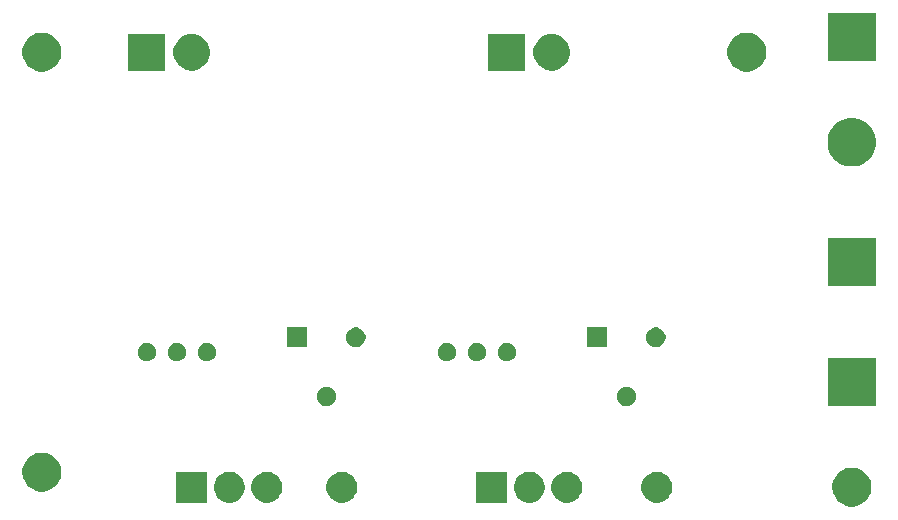
<source format=gbr>
G04 #@! TF.GenerationSoftware,KiCad,Pcbnew,(5.1.2)-1*
G04 #@! TF.CreationDate,2019-06-07T11:57:06-04:00*
G04 #@! TF.ProjectId,2spot,3273706f-742e-46b6-9963-61645f706362,rev?*
G04 #@! TF.SameCoordinates,Original*
G04 #@! TF.FileFunction,Soldermask,Top*
G04 #@! TF.FilePolarity,Negative*
%FSLAX46Y46*%
G04 Gerber Fmt 4.6, Leading zero omitted, Abs format (unit mm)*
G04 Created by KiCad (PCBNEW (5.1.2)-1) date 2019-06-07 11:57:06*
%MOMM*%
%LPD*%
G04 APERTURE LIST*
%ADD10C,0.150000*%
G04 APERTURE END LIST*
D10*
G36*
X112135256Y-139361298D02*
G01*
X112241579Y-139382447D01*
X112542042Y-139506903D01*
X112812451Y-139687585D01*
X113042415Y-139917549D01*
X113223097Y-140187958D01*
X113344911Y-140482042D01*
X113347553Y-140488422D01*
X113411000Y-140807389D01*
X113411000Y-141132611D01*
X113380180Y-141287553D01*
X113347553Y-141451579D01*
X113223097Y-141752042D01*
X113042415Y-142022451D01*
X112812451Y-142252415D01*
X112542042Y-142433097D01*
X112241579Y-142557553D01*
X112135256Y-142578702D01*
X111922611Y-142621000D01*
X111597389Y-142621000D01*
X111384744Y-142578702D01*
X111278421Y-142557553D01*
X110977958Y-142433097D01*
X110707549Y-142252415D01*
X110477585Y-142022451D01*
X110296903Y-141752042D01*
X110172447Y-141451579D01*
X110139820Y-141287553D01*
X110109000Y-141132611D01*
X110109000Y-140807389D01*
X110172447Y-140488422D01*
X110175090Y-140482042D01*
X110296903Y-140187958D01*
X110477585Y-139917549D01*
X110707549Y-139687585D01*
X110977958Y-139506903D01*
X111278421Y-139382447D01*
X111384744Y-139361298D01*
X111597389Y-139319000D01*
X111922611Y-139319000D01*
X112135256Y-139361298D01*
X112135256Y-139361298D01*
G37*
G36*
X95629393Y-139719304D02*
G01*
X95866101Y-139817352D01*
X95866103Y-139817353D01*
X96079135Y-139959696D01*
X96260304Y-140140865D01*
X96402647Y-140353897D01*
X96402648Y-140353899D01*
X96500696Y-140590607D01*
X96550680Y-140841893D01*
X96550680Y-141098107D01*
X96500696Y-141349393D01*
X96500030Y-141351000D01*
X96402647Y-141586103D01*
X96260304Y-141799135D01*
X96079135Y-141980304D01*
X95866103Y-142122647D01*
X95866102Y-142122648D01*
X95866101Y-142122648D01*
X95629393Y-142220696D01*
X95378107Y-142270680D01*
X95121893Y-142270680D01*
X94870607Y-142220696D01*
X94633899Y-142122648D01*
X94633898Y-142122648D01*
X94633897Y-142122647D01*
X94420865Y-141980304D01*
X94239696Y-141799135D01*
X94097353Y-141586103D01*
X93999970Y-141351000D01*
X93999304Y-141349393D01*
X93949320Y-141098107D01*
X93949320Y-140841893D01*
X93999304Y-140590607D01*
X94097352Y-140353899D01*
X94097353Y-140353897D01*
X94239696Y-140140865D01*
X94420865Y-139959696D01*
X94633897Y-139817353D01*
X94633899Y-139817352D01*
X94870607Y-139719304D01*
X95121893Y-139669320D01*
X95378107Y-139669320D01*
X95629393Y-139719304D01*
X95629393Y-139719304D01*
G37*
G36*
X57180680Y-142270680D02*
G01*
X54579320Y-142270680D01*
X54579320Y-139669320D01*
X57180680Y-139669320D01*
X57180680Y-142270680D01*
X57180680Y-142270680D01*
G37*
G36*
X59434393Y-139719304D02*
G01*
X59671101Y-139817352D01*
X59671103Y-139817353D01*
X59884135Y-139959696D01*
X60065304Y-140140865D01*
X60207647Y-140353897D01*
X60207648Y-140353899D01*
X60305696Y-140590607D01*
X60355680Y-140841893D01*
X60355680Y-141098107D01*
X60305696Y-141349393D01*
X60305030Y-141351000D01*
X60207647Y-141586103D01*
X60065304Y-141799135D01*
X59884135Y-141980304D01*
X59671103Y-142122647D01*
X59671102Y-142122648D01*
X59671101Y-142122648D01*
X59434393Y-142220696D01*
X59183107Y-142270680D01*
X58926893Y-142270680D01*
X58675607Y-142220696D01*
X58438899Y-142122648D01*
X58438898Y-142122648D01*
X58438897Y-142122647D01*
X58225865Y-141980304D01*
X58044696Y-141799135D01*
X57902353Y-141586103D01*
X57804970Y-141351000D01*
X57804304Y-141349393D01*
X57754320Y-141098107D01*
X57754320Y-140841893D01*
X57804304Y-140590607D01*
X57902352Y-140353899D01*
X57902353Y-140353897D01*
X58044696Y-140140865D01*
X58225865Y-139959696D01*
X58438897Y-139817353D01*
X58438899Y-139817352D01*
X58675607Y-139719304D01*
X58926893Y-139669320D01*
X59183107Y-139669320D01*
X59434393Y-139719304D01*
X59434393Y-139719304D01*
G37*
G36*
X62609393Y-139719304D02*
G01*
X62846101Y-139817352D01*
X62846103Y-139817353D01*
X63059135Y-139959696D01*
X63240304Y-140140865D01*
X63382647Y-140353897D01*
X63382648Y-140353899D01*
X63480696Y-140590607D01*
X63530680Y-140841893D01*
X63530680Y-141098107D01*
X63480696Y-141349393D01*
X63480030Y-141351000D01*
X63382647Y-141586103D01*
X63240304Y-141799135D01*
X63059135Y-141980304D01*
X62846103Y-142122647D01*
X62846102Y-142122648D01*
X62846101Y-142122648D01*
X62609393Y-142220696D01*
X62358107Y-142270680D01*
X62101893Y-142270680D01*
X61850607Y-142220696D01*
X61613899Y-142122648D01*
X61613898Y-142122648D01*
X61613897Y-142122647D01*
X61400865Y-141980304D01*
X61219696Y-141799135D01*
X61077353Y-141586103D01*
X60979970Y-141351000D01*
X60979304Y-141349393D01*
X60929320Y-141098107D01*
X60929320Y-140841893D01*
X60979304Y-140590607D01*
X61077352Y-140353899D01*
X61077353Y-140353897D01*
X61219696Y-140140865D01*
X61400865Y-139959696D01*
X61613897Y-139817353D01*
X61613899Y-139817352D01*
X61850607Y-139719304D01*
X62101893Y-139669320D01*
X62358107Y-139669320D01*
X62609393Y-139719304D01*
X62609393Y-139719304D01*
G37*
G36*
X82580680Y-142270680D02*
G01*
X79979320Y-142270680D01*
X79979320Y-139669320D01*
X82580680Y-139669320D01*
X82580680Y-142270680D01*
X82580680Y-142270680D01*
G37*
G36*
X84834393Y-139719304D02*
G01*
X85071101Y-139817352D01*
X85071103Y-139817353D01*
X85284135Y-139959696D01*
X85465304Y-140140865D01*
X85607647Y-140353897D01*
X85607648Y-140353899D01*
X85705696Y-140590607D01*
X85755680Y-140841893D01*
X85755680Y-141098107D01*
X85705696Y-141349393D01*
X85705030Y-141351000D01*
X85607647Y-141586103D01*
X85465304Y-141799135D01*
X85284135Y-141980304D01*
X85071103Y-142122647D01*
X85071102Y-142122648D01*
X85071101Y-142122648D01*
X84834393Y-142220696D01*
X84583107Y-142270680D01*
X84326893Y-142270680D01*
X84075607Y-142220696D01*
X83838899Y-142122648D01*
X83838898Y-142122648D01*
X83838897Y-142122647D01*
X83625865Y-141980304D01*
X83444696Y-141799135D01*
X83302353Y-141586103D01*
X83204970Y-141351000D01*
X83204304Y-141349393D01*
X83154320Y-141098107D01*
X83154320Y-140841893D01*
X83204304Y-140590607D01*
X83302352Y-140353899D01*
X83302353Y-140353897D01*
X83444696Y-140140865D01*
X83625865Y-139959696D01*
X83838897Y-139817353D01*
X83838899Y-139817352D01*
X84075607Y-139719304D01*
X84326893Y-139669320D01*
X84583107Y-139669320D01*
X84834393Y-139719304D01*
X84834393Y-139719304D01*
G37*
G36*
X88009393Y-139719304D02*
G01*
X88246101Y-139817352D01*
X88246103Y-139817353D01*
X88459135Y-139959696D01*
X88640304Y-140140865D01*
X88782647Y-140353897D01*
X88782648Y-140353899D01*
X88880696Y-140590607D01*
X88930680Y-140841893D01*
X88930680Y-141098107D01*
X88880696Y-141349393D01*
X88880030Y-141351000D01*
X88782647Y-141586103D01*
X88640304Y-141799135D01*
X88459135Y-141980304D01*
X88246103Y-142122647D01*
X88246102Y-142122648D01*
X88246101Y-142122648D01*
X88009393Y-142220696D01*
X87758107Y-142270680D01*
X87501893Y-142270680D01*
X87250607Y-142220696D01*
X87013899Y-142122648D01*
X87013898Y-142122648D01*
X87013897Y-142122647D01*
X86800865Y-141980304D01*
X86619696Y-141799135D01*
X86477353Y-141586103D01*
X86379970Y-141351000D01*
X86379304Y-141349393D01*
X86329320Y-141098107D01*
X86329320Y-140841893D01*
X86379304Y-140590607D01*
X86477352Y-140353899D01*
X86477353Y-140353897D01*
X86619696Y-140140865D01*
X86800865Y-139959696D01*
X87013897Y-139817353D01*
X87013899Y-139817352D01*
X87250607Y-139719304D01*
X87501893Y-139669320D01*
X87758107Y-139669320D01*
X88009393Y-139719304D01*
X88009393Y-139719304D01*
G37*
G36*
X68959393Y-139719304D02*
G01*
X69196101Y-139817352D01*
X69196103Y-139817353D01*
X69409135Y-139959696D01*
X69590304Y-140140865D01*
X69732647Y-140353897D01*
X69732648Y-140353899D01*
X69830696Y-140590607D01*
X69880680Y-140841893D01*
X69880680Y-141098107D01*
X69830696Y-141349393D01*
X69830030Y-141351000D01*
X69732647Y-141586103D01*
X69590304Y-141799135D01*
X69409135Y-141980304D01*
X69196103Y-142122647D01*
X69196102Y-142122648D01*
X69196101Y-142122648D01*
X68959393Y-142220696D01*
X68708107Y-142270680D01*
X68451893Y-142270680D01*
X68200607Y-142220696D01*
X67963899Y-142122648D01*
X67963898Y-142122648D01*
X67963897Y-142122647D01*
X67750865Y-141980304D01*
X67569696Y-141799135D01*
X67427353Y-141586103D01*
X67329970Y-141351000D01*
X67329304Y-141349393D01*
X67279320Y-141098107D01*
X67279320Y-140841893D01*
X67329304Y-140590607D01*
X67427352Y-140353899D01*
X67427353Y-140353897D01*
X67569696Y-140140865D01*
X67750865Y-139959696D01*
X67963897Y-139817353D01*
X67963899Y-139817352D01*
X68200607Y-139719304D01*
X68451893Y-139669320D01*
X68708107Y-139669320D01*
X68959393Y-139719304D01*
X68959393Y-139719304D01*
G37*
G36*
X43555256Y-138091298D02*
G01*
X43661579Y-138112447D01*
X43962042Y-138236903D01*
X44232451Y-138417585D01*
X44462415Y-138647549D01*
X44462416Y-138647551D01*
X44643098Y-138917960D01*
X44767553Y-139218422D01*
X44831000Y-139537389D01*
X44831000Y-139862611D01*
X44811688Y-139959696D01*
X44767553Y-140181579D01*
X44643097Y-140482042D01*
X44462415Y-140752451D01*
X44232451Y-140982415D01*
X43962042Y-141163097D01*
X43661579Y-141287553D01*
X43555256Y-141308702D01*
X43342611Y-141351000D01*
X43017389Y-141351000D01*
X42804744Y-141308702D01*
X42698421Y-141287553D01*
X42397958Y-141163097D01*
X42127549Y-140982415D01*
X41897585Y-140752451D01*
X41716903Y-140482042D01*
X41592447Y-140181579D01*
X41548312Y-139959696D01*
X41529000Y-139862611D01*
X41529000Y-139537389D01*
X41592447Y-139218422D01*
X41716902Y-138917960D01*
X41897584Y-138647551D01*
X41897585Y-138647549D01*
X42127549Y-138417585D01*
X42397958Y-138236903D01*
X42698421Y-138112447D01*
X42804744Y-138091298D01*
X43017389Y-138049000D01*
X43342611Y-138049000D01*
X43555256Y-138091298D01*
X43555256Y-138091298D01*
G37*
G36*
X113811000Y-134131000D02*
G01*
X109709000Y-134131000D01*
X109709000Y-130029000D01*
X113811000Y-130029000D01*
X113811000Y-134131000D01*
X113811000Y-134131000D01*
G37*
G36*
X67510935Y-132475742D02*
G01*
X67661258Y-132538008D01*
X67796545Y-132628404D01*
X67911596Y-132743455D01*
X68001992Y-132878742D01*
X68064258Y-133029065D01*
X68096000Y-133188646D01*
X68096000Y-133351354D01*
X68064258Y-133510935D01*
X68001992Y-133661258D01*
X67911596Y-133796545D01*
X67796545Y-133911596D01*
X67661258Y-134001992D01*
X67510935Y-134064258D01*
X67351354Y-134096000D01*
X67188646Y-134096000D01*
X67029065Y-134064258D01*
X66878742Y-134001992D01*
X66743455Y-133911596D01*
X66628404Y-133796545D01*
X66538008Y-133661258D01*
X66475742Y-133510935D01*
X66444000Y-133351354D01*
X66444000Y-133188646D01*
X66475742Y-133029065D01*
X66538008Y-132878742D01*
X66628404Y-132743455D01*
X66743455Y-132628404D01*
X66878742Y-132538008D01*
X67029065Y-132475742D01*
X67188646Y-132444000D01*
X67351354Y-132444000D01*
X67510935Y-132475742D01*
X67510935Y-132475742D01*
G37*
G36*
X92910935Y-132475742D02*
G01*
X93061258Y-132538008D01*
X93196545Y-132628404D01*
X93311596Y-132743455D01*
X93401992Y-132878742D01*
X93464258Y-133029065D01*
X93496000Y-133188646D01*
X93496000Y-133351354D01*
X93464258Y-133510935D01*
X93401992Y-133661258D01*
X93311596Y-133796545D01*
X93196545Y-133911596D01*
X93061258Y-134001992D01*
X92910935Y-134064258D01*
X92751354Y-134096000D01*
X92588646Y-134096000D01*
X92429065Y-134064258D01*
X92278742Y-134001992D01*
X92143455Y-133911596D01*
X92028404Y-133796545D01*
X91938008Y-133661258D01*
X91875742Y-133510935D01*
X91844000Y-133351354D01*
X91844000Y-133188646D01*
X91875742Y-133029065D01*
X91938008Y-132878742D01*
X92028404Y-132743455D01*
X92143455Y-132628404D01*
X92278742Y-132538008D01*
X92429065Y-132475742D01*
X92588646Y-132444000D01*
X92751354Y-132444000D01*
X92910935Y-132475742D01*
X92910935Y-132475742D01*
G37*
G36*
X82675589Y-128778876D02*
G01*
X82774893Y-128798629D01*
X82915206Y-128856748D01*
X83041484Y-128941125D01*
X83148875Y-129048516D01*
X83233252Y-129174794D01*
X83291371Y-129315107D01*
X83321000Y-129464063D01*
X83321000Y-129615937D01*
X83291371Y-129764893D01*
X83233252Y-129905206D01*
X83148875Y-130031484D01*
X83041484Y-130138875D01*
X82915206Y-130223252D01*
X82774893Y-130281371D01*
X82675589Y-130301124D01*
X82625938Y-130311000D01*
X82474062Y-130311000D01*
X82424411Y-130301124D01*
X82325107Y-130281371D01*
X82184794Y-130223252D01*
X82058516Y-130138875D01*
X81951125Y-130031484D01*
X81866748Y-129905206D01*
X81808629Y-129764893D01*
X81779000Y-129615937D01*
X81779000Y-129464063D01*
X81808629Y-129315107D01*
X81866748Y-129174794D01*
X81951125Y-129048516D01*
X82058516Y-128941125D01*
X82184794Y-128856748D01*
X82325107Y-128798629D01*
X82424411Y-128778876D01*
X82474062Y-128769000D01*
X82625938Y-128769000D01*
X82675589Y-128778876D01*
X82675589Y-128778876D01*
G37*
G36*
X77595589Y-128778876D02*
G01*
X77694893Y-128798629D01*
X77835206Y-128856748D01*
X77961484Y-128941125D01*
X78068875Y-129048516D01*
X78153252Y-129174794D01*
X78211371Y-129315107D01*
X78241000Y-129464063D01*
X78241000Y-129615937D01*
X78211371Y-129764893D01*
X78153252Y-129905206D01*
X78068875Y-130031484D01*
X77961484Y-130138875D01*
X77835206Y-130223252D01*
X77694893Y-130281371D01*
X77595589Y-130301124D01*
X77545938Y-130311000D01*
X77394062Y-130311000D01*
X77344411Y-130301124D01*
X77245107Y-130281371D01*
X77104794Y-130223252D01*
X76978516Y-130138875D01*
X76871125Y-130031484D01*
X76786748Y-129905206D01*
X76728629Y-129764893D01*
X76699000Y-129615937D01*
X76699000Y-129464063D01*
X76728629Y-129315107D01*
X76786748Y-129174794D01*
X76871125Y-129048516D01*
X76978516Y-128941125D01*
X77104794Y-128856748D01*
X77245107Y-128798629D01*
X77344411Y-128778876D01*
X77394062Y-128769000D01*
X77545938Y-128769000D01*
X77595589Y-128778876D01*
X77595589Y-128778876D01*
G37*
G36*
X80135589Y-128778876D02*
G01*
X80234893Y-128798629D01*
X80375206Y-128856748D01*
X80501484Y-128941125D01*
X80608875Y-129048516D01*
X80693252Y-129174794D01*
X80751371Y-129315107D01*
X80781000Y-129464063D01*
X80781000Y-129615937D01*
X80751371Y-129764893D01*
X80693252Y-129905206D01*
X80608875Y-130031484D01*
X80501484Y-130138875D01*
X80375206Y-130223252D01*
X80234893Y-130281371D01*
X80135589Y-130301124D01*
X80085938Y-130311000D01*
X79934062Y-130311000D01*
X79884411Y-130301124D01*
X79785107Y-130281371D01*
X79644794Y-130223252D01*
X79518516Y-130138875D01*
X79411125Y-130031484D01*
X79326748Y-129905206D01*
X79268629Y-129764893D01*
X79239000Y-129615937D01*
X79239000Y-129464063D01*
X79268629Y-129315107D01*
X79326748Y-129174794D01*
X79411125Y-129048516D01*
X79518516Y-128941125D01*
X79644794Y-128856748D01*
X79785107Y-128798629D01*
X79884411Y-128778876D01*
X79934062Y-128769000D01*
X80085938Y-128769000D01*
X80135589Y-128778876D01*
X80135589Y-128778876D01*
G37*
G36*
X52195589Y-128778876D02*
G01*
X52294893Y-128798629D01*
X52435206Y-128856748D01*
X52561484Y-128941125D01*
X52668875Y-129048516D01*
X52753252Y-129174794D01*
X52811371Y-129315107D01*
X52841000Y-129464063D01*
X52841000Y-129615937D01*
X52811371Y-129764893D01*
X52753252Y-129905206D01*
X52668875Y-130031484D01*
X52561484Y-130138875D01*
X52435206Y-130223252D01*
X52294893Y-130281371D01*
X52195589Y-130301124D01*
X52145938Y-130311000D01*
X51994062Y-130311000D01*
X51944411Y-130301124D01*
X51845107Y-130281371D01*
X51704794Y-130223252D01*
X51578516Y-130138875D01*
X51471125Y-130031484D01*
X51386748Y-129905206D01*
X51328629Y-129764893D01*
X51299000Y-129615937D01*
X51299000Y-129464063D01*
X51328629Y-129315107D01*
X51386748Y-129174794D01*
X51471125Y-129048516D01*
X51578516Y-128941125D01*
X51704794Y-128856748D01*
X51845107Y-128798629D01*
X51944411Y-128778876D01*
X51994062Y-128769000D01*
X52145938Y-128769000D01*
X52195589Y-128778876D01*
X52195589Y-128778876D01*
G37*
G36*
X54735589Y-128778876D02*
G01*
X54834893Y-128798629D01*
X54975206Y-128856748D01*
X55101484Y-128941125D01*
X55208875Y-129048516D01*
X55293252Y-129174794D01*
X55351371Y-129315107D01*
X55381000Y-129464063D01*
X55381000Y-129615937D01*
X55351371Y-129764893D01*
X55293252Y-129905206D01*
X55208875Y-130031484D01*
X55101484Y-130138875D01*
X54975206Y-130223252D01*
X54834893Y-130281371D01*
X54735589Y-130301124D01*
X54685938Y-130311000D01*
X54534062Y-130311000D01*
X54484411Y-130301124D01*
X54385107Y-130281371D01*
X54244794Y-130223252D01*
X54118516Y-130138875D01*
X54011125Y-130031484D01*
X53926748Y-129905206D01*
X53868629Y-129764893D01*
X53839000Y-129615937D01*
X53839000Y-129464063D01*
X53868629Y-129315107D01*
X53926748Y-129174794D01*
X54011125Y-129048516D01*
X54118516Y-128941125D01*
X54244794Y-128856748D01*
X54385107Y-128798629D01*
X54484411Y-128778876D01*
X54534062Y-128769000D01*
X54685938Y-128769000D01*
X54735589Y-128778876D01*
X54735589Y-128778876D01*
G37*
G36*
X57275589Y-128778876D02*
G01*
X57374893Y-128798629D01*
X57515206Y-128856748D01*
X57641484Y-128941125D01*
X57748875Y-129048516D01*
X57833252Y-129174794D01*
X57891371Y-129315107D01*
X57921000Y-129464063D01*
X57921000Y-129615937D01*
X57891371Y-129764893D01*
X57833252Y-129905206D01*
X57748875Y-130031484D01*
X57641484Y-130138875D01*
X57515206Y-130223252D01*
X57374893Y-130281371D01*
X57275589Y-130301124D01*
X57225938Y-130311000D01*
X57074062Y-130311000D01*
X57024411Y-130301124D01*
X56925107Y-130281371D01*
X56784794Y-130223252D01*
X56658516Y-130138875D01*
X56551125Y-130031484D01*
X56466748Y-129905206D01*
X56408629Y-129764893D01*
X56379000Y-129615937D01*
X56379000Y-129464063D01*
X56408629Y-129315107D01*
X56466748Y-129174794D01*
X56551125Y-129048516D01*
X56658516Y-128941125D01*
X56784794Y-128856748D01*
X56925107Y-128798629D01*
X57024411Y-128778876D01*
X57074062Y-128769000D01*
X57225938Y-128769000D01*
X57275589Y-128778876D01*
X57275589Y-128778876D01*
G37*
G36*
X70010935Y-127475742D02*
G01*
X70161258Y-127538008D01*
X70296545Y-127628404D01*
X70411596Y-127743455D01*
X70501992Y-127878742D01*
X70564258Y-128029065D01*
X70596000Y-128188646D01*
X70596000Y-128351354D01*
X70564258Y-128510935D01*
X70501992Y-128661258D01*
X70411596Y-128796545D01*
X70296545Y-128911596D01*
X70161258Y-129001992D01*
X70010935Y-129064258D01*
X69851354Y-129096000D01*
X69688646Y-129096000D01*
X69529065Y-129064258D01*
X69378742Y-129001992D01*
X69243455Y-128911596D01*
X69128404Y-128796545D01*
X69038008Y-128661258D01*
X68975742Y-128510935D01*
X68944000Y-128351354D01*
X68944000Y-128188646D01*
X68975742Y-128029065D01*
X69038008Y-127878742D01*
X69128404Y-127743455D01*
X69243455Y-127628404D01*
X69378742Y-127538008D01*
X69529065Y-127475742D01*
X69688646Y-127444000D01*
X69851354Y-127444000D01*
X70010935Y-127475742D01*
X70010935Y-127475742D01*
G37*
G36*
X90996000Y-129096000D02*
G01*
X89344000Y-129096000D01*
X89344000Y-127444000D01*
X90996000Y-127444000D01*
X90996000Y-129096000D01*
X90996000Y-129096000D01*
G37*
G36*
X65596000Y-129096000D02*
G01*
X63944000Y-129096000D01*
X63944000Y-127444000D01*
X65596000Y-127444000D01*
X65596000Y-129096000D01*
X65596000Y-129096000D01*
G37*
G36*
X95410935Y-127475742D02*
G01*
X95561258Y-127538008D01*
X95696545Y-127628404D01*
X95811596Y-127743455D01*
X95901992Y-127878742D01*
X95964258Y-128029065D01*
X95996000Y-128188646D01*
X95996000Y-128351354D01*
X95964258Y-128510935D01*
X95901992Y-128661258D01*
X95811596Y-128796545D01*
X95696545Y-128911596D01*
X95561258Y-129001992D01*
X95410935Y-129064258D01*
X95251354Y-129096000D01*
X95088646Y-129096000D01*
X94929065Y-129064258D01*
X94778742Y-129001992D01*
X94643455Y-128911596D01*
X94528404Y-128796545D01*
X94438008Y-128661258D01*
X94375742Y-128510935D01*
X94344000Y-128351354D01*
X94344000Y-128188646D01*
X94375742Y-128029065D01*
X94438008Y-127878742D01*
X94528404Y-127743455D01*
X94643455Y-127628404D01*
X94778742Y-127538008D01*
X94929065Y-127475742D01*
X95088646Y-127444000D01*
X95251354Y-127444000D01*
X95410935Y-127475742D01*
X95410935Y-127475742D01*
G37*
G36*
X113811000Y-123971000D02*
G01*
X109709000Y-123971000D01*
X109709000Y-119869000D01*
X113811000Y-119869000D01*
X113811000Y-123971000D01*
X113811000Y-123971000D01*
G37*
G36*
X112358254Y-109787818D02*
G01*
X112731511Y-109942426D01*
X112731513Y-109942427D01*
X113067436Y-110166884D01*
X113353116Y-110452564D01*
X113577574Y-110788489D01*
X113732182Y-111161746D01*
X113811000Y-111557993D01*
X113811000Y-111962007D01*
X113732182Y-112358254D01*
X113577574Y-112731511D01*
X113577573Y-112731513D01*
X113353116Y-113067436D01*
X113067436Y-113353116D01*
X112731513Y-113577573D01*
X112731512Y-113577574D01*
X112731511Y-113577574D01*
X112358254Y-113732182D01*
X111962007Y-113811000D01*
X111557993Y-113811000D01*
X111161746Y-113732182D01*
X110788489Y-113577574D01*
X110788488Y-113577574D01*
X110788487Y-113577573D01*
X110452564Y-113353116D01*
X110166884Y-113067436D01*
X109942427Y-112731513D01*
X109942426Y-112731511D01*
X109787818Y-112358254D01*
X109709000Y-111962007D01*
X109709000Y-111557993D01*
X109787818Y-111161746D01*
X109942426Y-110788489D01*
X110166884Y-110452564D01*
X110452564Y-110166884D01*
X110788487Y-109942427D01*
X110788489Y-109942426D01*
X111161746Y-109787818D01*
X111557993Y-109709000D01*
X111962007Y-109709000D01*
X112358254Y-109787818D01*
X112358254Y-109787818D01*
G37*
G36*
X103245256Y-102531298D02*
G01*
X103351579Y-102552447D01*
X103652042Y-102676903D01*
X103922451Y-102857585D01*
X104152415Y-103087549D01*
X104333097Y-103357958D01*
X104457553Y-103658421D01*
X104521000Y-103977391D01*
X104521000Y-104302609D01*
X104457553Y-104621579D01*
X104333097Y-104922042D01*
X104152415Y-105192451D01*
X103922451Y-105422415D01*
X103652042Y-105603097D01*
X103351579Y-105727553D01*
X103245256Y-105748702D01*
X103032611Y-105791000D01*
X102707389Y-105791000D01*
X102494744Y-105748702D01*
X102388421Y-105727553D01*
X102087958Y-105603097D01*
X101817549Y-105422415D01*
X101587585Y-105192451D01*
X101406903Y-104922042D01*
X101282447Y-104621579D01*
X101219000Y-104302609D01*
X101219000Y-103977391D01*
X101282447Y-103658421D01*
X101406903Y-103357958D01*
X101587585Y-103087549D01*
X101817549Y-102857585D01*
X102087958Y-102676903D01*
X102388421Y-102552447D01*
X102494744Y-102531298D01*
X102707389Y-102489000D01*
X103032611Y-102489000D01*
X103245256Y-102531298D01*
X103245256Y-102531298D01*
G37*
G36*
X43555256Y-102531298D02*
G01*
X43661579Y-102552447D01*
X43962042Y-102676903D01*
X44232451Y-102857585D01*
X44462415Y-103087549D01*
X44643097Y-103357958D01*
X44767553Y-103658421D01*
X44831000Y-103977391D01*
X44831000Y-104302609D01*
X44767553Y-104621579D01*
X44643097Y-104922042D01*
X44462415Y-105192451D01*
X44232451Y-105422415D01*
X43962042Y-105603097D01*
X43661579Y-105727553D01*
X43555256Y-105748702D01*
X43342611Y-105791000D01*
X43017389Y-105791000D01*
X42804744Y-105748702D01*
X42698421Y-105727553D01*
X42397958Y-105603097D01*
X42127549Y-105422415D01*
X41897585Y-105192451D01*
X41716903Y-104922042D01*
X41592447Y-104621579D01*
X41529000Y-104302609D01*
X41529000Y-103977391D01*
X41592447Y-103658421D01*
X41716903Y-103357958D01*
X41897585Y-103087549D01*
X42127549Y-102857585D01*
X42397958Y-102676903D01*
X42698421Y-102552447D01*
X42804744Y-102531298D01*
X43017389Y-102489000D01*
X43342611Y-102489000D01*
X43555256Y-102531298D01*
X43555256Y-102531298D01*
G37*
G36*
X56232497Y-102628863D02*
G01*
X56332372Y-102648729D01*
X56449279Y-102697154D01*
X56614611Y-102765636D01*
X56868621Y-102935360D01*
X57084640Y-103151379D01*
X57254364Y-103405389D01*
X57371271Y-103687629D01*
X57430870Y-103987251D01*
X57430870Y-104292749D01*
X57371271Y-104592371D01*
X57254364Y-104874611D01*
X57084640Y-105128621D01*
X56868621Y-105344640D01*
X56614611Y-105514364D01*
X56449279Y-105582846D01*
X56332372Y-105631271D01*
X56232497Y-105651137D01*
X56032749Y-105690870D01*
X55727251Y-105690870D01*
X55527503Y-105651137D01*
X55427628Y-105631271D01*
X55310721Y-105582846D01*
X55145389Y-105514364D01*
X54891379Y-105344640D01*
X54675360Y-105128621D01*
X54505636Y-104874611D01*
X54388729Y-104592371D01*
X54329130Y-104292749D01*
X54329130Y-103987251D01*
X54388729Y-103687629D01*
X54505636Y-103405389D01*
X54675360Y-103151379D01*
X54891379Y-102935360D01*
X55145389Y-102765636D01*
X55310721Y-102697154D01*
X55427628Y-102648729D01*
X55527503Y-102628863D01*
X55727251Y-102589130D01*
X56032749Y-102589130D01*
X56232497Y-102628863D01*
X56232497Y-102628863D01*
G37*
G36*
X86712497Y-102628863D02*
G01*
X86812372Y-102648729D01*
X86929279Y-102697154D01*
X87094611Y-102765636D01*
X87348621Y-102935360D01*
X87564640Y-103151379D01*
X87734364Y-103405389D01*
X87851271Y-103687629D01*
X87910870Y-103987251D01*
X87910870Y-104292749D01*
X87851271Y-104592371D01*
X87734364Y-104874611D01*
X87564640Y-105128621D01*
X87348621Y-105344640D01*
X87094611Y-105514364D01*
X86929279Y-105582846D01*
X86812372Y-105631271D01*
X86712497Y-105651137D01*
X86512749Y-105690870D01*
X86207251Y-105690870D01*
X86007503Y-105651137D01*
X85907628Y-105631271D01*
X85790721Y-105582846D01*
X85625389Y-105514364D01*
X85371379Y-105344640D01*
X85155360Y-105128621D01*
X84985636Y-104874611D01*
X84868729Y-104592371D01*
X84809130Y-104292749D01*
X84809130Y-103987251D01*
X84868729Y-103687629D01*
X84985636Y-103405389D01*
X85155360Y-103151379D01*
X85371379Y-102935360D01*
X85625389Y-102765636D01*
X85790721Y-102697154D01*
X85907628Y-102648729D01*
X86007503Y-102628863D01*
X86207251Y-102589130D01*
X86512749Y-102589130D01*
X86712497Y-102628863D01*
X86712497Y-102628863D01*
G37*
G36*
X84100870Y-105690870D02*
G01*
X80999130Y-105690870D01*
X80999130Y-102589130D01*
X84100870Y-102589130D01*
X84100870Y-105690870D01*
X84100870Y-105690870D01*
G37*
G36*
X53620870Y-105690870D02*
G01*
X50519130Y-105690870D01*
X50519130Y-102589130D01*
X53620870Y-102589130D01*
X53620870Y-105690870D01*
X53620870Y-105690870D01*
G37*
G36*
X113811000Y-104921000D02*
G01*
X109709000Y-104921000D01*
X109709000Y-100819000D01*
X113811000Y-100819000D01*
X113811000Y-104921000D01*
X113811000Y-104921000D01*
G37*
M02*

</source>
